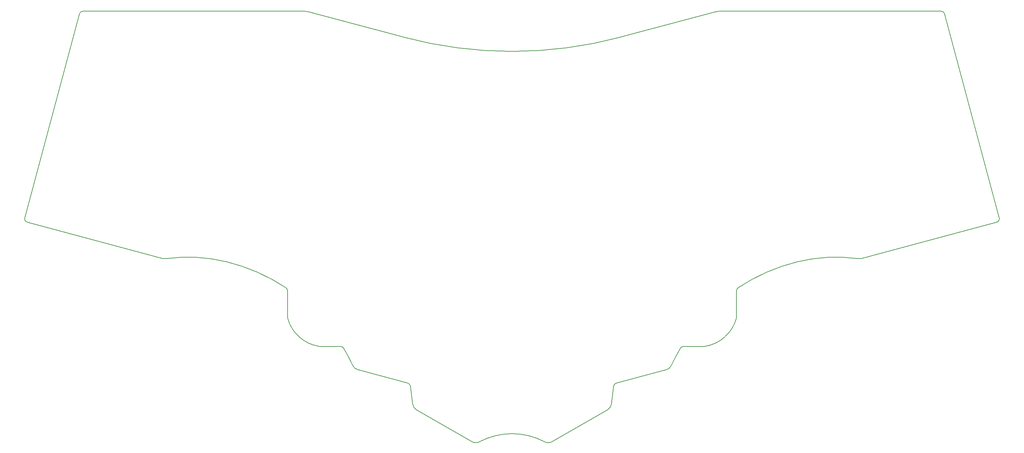
<source format=gm1>
G04 #@! TF.GenerationSoftware,KiCad,Pcbnew,(5.99.0-12889-g70df3822b5)*
G04 #@! TF.CreationDate,2021-11-23T08:41:31-05:00*
G04 #@! TF.ProjectId,skidPlate,736b6964-506c-4617-9465-2e6b69636164,rev?*
G04 #@! TF.SameCoordinates,Original*
G04 #@! TF.FileFunction,Profile,NP*
%FSLAX46Y46*%
G04 Gerber Fmt 4.6, Leading zero omitted, Abs format (unit mm)*
G04 Created by KiCad (PCBNEW (5.99.0-12889-g70df3822b5)) date 2021-11-23 08:41:31*
%MOMM*%
%LPD*%
G01*
G04 APERTURE LIST*
G04 #@! TA.AperFunction,Profile*
%ADD10C,0.200000*%
G04 #@! TD*
G04 APERTURE END LIST*
D10*
X171648682Y-147858532D02*
X186001656Y-139571838D01*
X219338945Y-115506226D02*
X219338945Y-108799858D01*
X106567501Y-36290143D02*
X50261777Y-36290143D01*
X251689660Y-100393797D02*
X286646357Y-91027178D01*
X133075369Y-43040142D02*
X109155692Y-36630884D01*
X188267253Y-132671101D02*
X201178123Y-129211644D01*
X272247561Y-36290143D02*
X215941837Y-36290143D01*
X49295851Y-37031323D02*
X35155875Y-89802433D01*
X213353646Y-36630884D02*
X189433969Y-43040142D01*
X287353463Y-89802433D02*
X273213487Y-37031323D01*
X111515339Y-123166490D02*
X116818231Y-123166490D01*
X136507682Y-139571838D02*
X150860656Y-147858532D01*
X121331215Y-129211644D02*
X134242085Y-132671101D01*
X205691107Y-123166490D02*
X210993999Y-123166490D01*
X35862981Y-91027178D02*
X70819678Y-100393797D01*
X103170393Y-108799858D02*
X103170393Y-115506226D01*
X102722821Y-107966297D02*
G75*
G03*
X87389146Y-101250581I-26942861J-40654171D01*
G01*
X134968773Y-133467392D02*
G75*
G03*
X134242085Y-132671101I-985507J-169635D01*
G01*
X169709281Y-147892132D02*
G75*
G03*
X171648682Y-147858531I939401J1765653D01*
G01*
X201178123Y-129211644D02*
G75*
G03*
X202475230Y-128120445I-517639J1931851D01*
G01*
X120034108Y-128120446D02*
G75*
G03*
X121331216Y-129211645I1814749J840657D01*
G01*
X205691107Y-123166490D02*
G75*
G03*
X204832058Y-123654597I-1J-999997D01*
G01*
X250896817Y-100442920D02*
G75*
G03*
X251689660Y-100393797I275205J1980989D01*
G01*
X215941837Y-36290143D02*
G75*
G03*
X213353647Y-36630885I8J-10000048D01*
G01*
X135512502Y-137978561D02*
G75*
G03*
X134968773Y-133467392I-44891151J-3122356D01*
G01*
X109155692Y-36630884D02*
G75*
G03*
X106567502Y-36290142I-2588183J-9659191D01*
G01*
X187540565Y-133467392D02*
G75*
G03*
X186996836Y-137978561I44348195J-7633619D01*
G01*
X133075369Y-43040142D02*
G75*
G03*
X189433969Y-43040142I28179300J105166586D01*
G01*
X103170393Y-115506226D02*
G75*
G03*
X103249441Y-116062953I1999942J-10D01*
G01*
X250896817Y-100442920D02*
G75*
G03*
X235120193Y-101250582I-5779306J-41600504D01*
G01*
X188267253Y-132671101D02*
G75*
G03*
X187540565Y-133467392I258819J-965926D01*
G01*
X211328714Y-123138281D02*
G75*
G03*
X219259896Y-116062951I-1673578J9858963D01*
G01*
X87389146Y-101250583D02*
G75*
G03*
X71612522Y-100442920I-9997315J-40792786D01*
G01*
X111180624Y-123138282D02*
G75*
G03*
X111515339Y-123166489I334709J1971754D01*
G01*
X204832057Y-123654597D02*
G75*
G03*
X202475230Y-128120446I41897224J-24965853D01*
G01*
X186001656Y-139571838D02*
G75*
G03*
X186996835Y-137978561I-1000003J1732052D01*
G01*
X117677281Y-123654597D02*
G75*
G03*
X116818231Y-123166489I-859049J-511891D01*
G01*
X50261777Y-36290143D02*
G75*
G03*
X49295852Y-37031323I-1J-999998D01*
G01*
X273213486Y-37031323D02*
G75*
G03*
X272247561Y-36290142I-965927J-258821D01*
G01*
X35155875Y-89802433D02*
G75*
G03*
X35862981Y-91027177I965925J-258819D01*
G01*
X150860656Y-147858532D02*
G75*
G03*
X152800058Y-147892133I1000001J1732046D01*
G01*
X286646357Y-91027178D02*
G75*
G03*
X287353464Y-89802433I-258820J965927D01*
G01*
X219786517Y-107966297D02*
G75*
G03*
X219338945Y-108799858I552431J-833562D01*
G01*
X169709281Y-147892132D02*
G75*
G03*
X152800056Y-147892132I-8454612J-15890863D01*
G01*
X120034108Y-128120446D02*
G75*
G03*
X117677281Y-123654597I-44254051J-20500004D01*
G01*
X103170393Y-108799858D02*
G75*
G03*
X102722821Y-107966297I-1000003J-1D01*
G01*
X135512501Y-137978561D02*
G75*
G03*
X136507681Y-139571839I1995183J138774D01*
G01*
X210993999Y-123166490D02*
G75*
G03*
X211328714Y-123138283I6J1999961D01*
G01*
X103249440Y-116062952D02*
G75*
G03*
X111180624Y-123138283I9604761J2783633D01*
G01*
X235120192Y-101250582D02*
G75*
G03*
X219786517Y-107966298I11609211J-47369943D01*
G01*
X70819678Y-100393797D02*
G75*
G03*
X71612521Y-100442920I517638J1931866D01*
G01*
X219259897Y-116062952D02*
G75*
G03*
X219338945Y-115506225I-1921006J556733D01*
G01*
M02*

</source>
